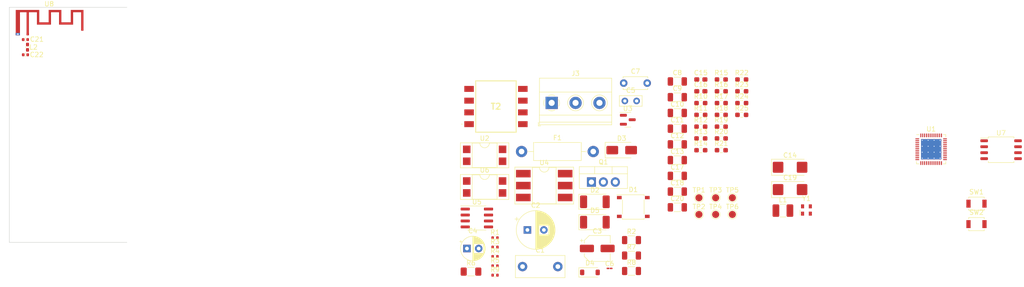
<source format=kicad_pcb>
(kicad_pcb (version 20221018) (generator pcbnew)
  (layers (0 "F.Cu" signal) (1 "In1.Cu" signal) (2 "In2.Cu" signal) (31 "B.Cu" signal) (34 "B.Paste" user) (35 "F.Paste" user) (36 "B.SilkS" user "B.Silkscreen") (37 "F.SilkS" user "F.Silkscreen") (38 "B.Mask" user) (39 "F.Mask" user) (44 "Edge.Cuts" user))
  (net 0 "")
  (net 1 "Net-(C1-Pad1)")
  (net 2 "Net-(J3-Pin_2)")
  (net 3 "Net-(D5-K)")
  (net 4 "Net-(D1--)")
  (net 5 "+3V3")
  (net 6 "GNDD")
  (net 7 "Net-(D4-K)")
  (net 8 "Net-(D2-K)")
  (net 9 "Net-(U5-FB)")
  (net 10 "/Microcontroller Section/3.3V RF")
  (net 11 "Net-(C15-Pad1)")
  (net 12 "/Microcontroller Section/XTal_N")
  (net 13 "/Microcontroller Section/DTR")
  (net 14 "/Microcontroller Section/Boot")
  (net 15 "/Microcontroller Section/VDD_SDIO")
  (net 16 "Net-(U1A-LNA_IN)")
  (net 17 "Net-(D1-+)")
  (net 18 "Net-(D2-A)")
  (net 19 "Net-(D3-A)")
  (net 20 "Net-(D4-A)")
  (net 21 "/Power Supply Section/L")
  (net 22 "Net-(J3-Pin_3)")
  (net 23 "Net-(Q1-G)")
  (net 24 "Net-(U3-REF)")
  (net 25 "Net-(R2-Pad2)")
  (net 26 "Net-(R3-Pad1)")
  (net 27 "/Microcontroller Section/TRIAC output")
  (net 28 "Net-(R5-Pad2)")
  (net 29 "Net-(R7-Pad2)")
  (net 30 "Net-(R8-Pad1)")
  (net 31 "/Microcontroller Section/ZVC signal in")
  (net 32 "/Microcontroller Section/XTal_P")
  (net 33 "Net-(R13-Pad1)")
  (net 34 "Net-(R14-Pad2)")
  (net 35 "/Microcontroller Section/Rx")
  (net 36 "Net-(R15-Pad2)")
  (net 37 "/Microcontroller Section/Tx")
  (net 38 "Net-(R16-Pad2)")
  (net 39 "Net-(R17-Pad2)")
  (net 40 "Net-(R18-Pad2)")
  (net 41 "Net-(U1A-GPIO16)")
  (net 42 "Net-(U1A-GPIO2)")
  (net 43 "Net-(U1A-MTDI)")
  (net 44 "Net-(U1A-GPIO5)")
  (net 45 "Net-(U1A-MTDO)")
  (net 47 "Net-(U1A-MTCK)")
  (net 61 "/Microcontroller Section/SHD{slash}SD2")
  (net 62 "/Microcontroller Section/SWP{slash}SD3")
  (net 63 "/Microcontroller Section/SCS{slash}CMD")
  (net 64 "/Microcontroller Section/SCK{slash}CLK")
  (net 65 "/Microcontroller Section/SDO{slash}SD0")
  (net 66 "/Microcontroller Section/SDI{slash}SD1")
  (net 74 "Net-(U3-K)")
  (footprint "Package_DFN_QFN:QFN-48-1EP_6x6mm_P0.4mm_EP4.3x4.3mm_ThermalVias" (layer "F.Cu") (at 215.953333 91.176667)
    (fp_text reference "U1" (at 0 -4.3) (layer "F.SilkS"))
    (fp_text value "ESP32-D0WDQ6")
    (pad "1" smd roundrect (at -2.95 -2.2) (size 0.8 0.2) (layers "F.Cu" "F.Paste" "F.Mask") (net 5 "+3V3"))
    (pad "2" smd roundrect (at -2.95 -1.8) (size 0.8 0.2) (layers "F.Cu" "F.Paste" "F.Mask") (net 16 "Net-(U1A-LNA_IN)"))
    (pad "3" smd roundrect (at -2.95 -1.4) (size 0.8 0.2) (layers "F.Cu" "F.Paste" "F.Mask") (net 10 "/Microcontroller Section/3.3V RF"))
    (pad "4" smd roundrect (at -2.95 -1) (size 0.8 0.2) (layers "F.Cu" "F.Paste" "F.Mask") (net 10 "/Microcontroller Section/3.3V RF"))
    (pad "5" smd roundrect (at -2.95 -0.6) (size 0.8 0.2) (layers "F.Cu" "F.Paste" "F.Mask"))
    (pad "6" smd roundrect (at -2.95 -0.2) (size 0.8 0.2) (layers "F.Cu" "F.Paste" "F.Mask"))
    (pad "7" smd roundrect (at -2.95 0.2) (size 0.8 0.2) (layers "F.Cu" "F.Paste" "F.Mask"))
    (pad "8" smd roundrect (at -2.95 0.6) (size 0.8 0.2) (layers "F.Cu" "F.Paste" "F.Mask"))
    (pad "9" smd roundrect (at -2.95 1) (size 0.8 0.2) (layers "F.Cu" "F.Paste" "F.Mask") (net 13 "/Microcontroller Section/DTR"))
    (pad "10" smd roundrect (at -2.95 1.4) (size 0.8 0.2) (layers "F.Cu" "F.Paste" "F.Mask"))
    (pad "11" smd roundrect (at -2.95 1.8) (size 0.8 0.2) (layers "F.Cu" "F.Paste" "F.Mask"))
    (pad "12" smd roundrect (at -2.95 2.2) (size 0.8 0.2) (layers "F.Cu" "F.Paste" "F.Mask"))
    (pad "13" smd roundrect (at -2.2 2.95) (size 0.2 0.8) (layers "F.Cu" "F.Paste" "F.Mask"))
    (pad "14" smd roundrect (at -1.8 2.95) (size 0.2 0.8) (layers "F.Cu" "F.Paste" "F.Mask"))
    (pad "15" smd roundrect (at -1.4 2.95) (size 0.2 0.8) (layers "F.Cu" "F.Paste" "F.Mask"))
    (pad "16" smd roundrect (at -1 2.95) (size 0.2 0.8) (layers "F.Cu" "F.Paste" "F.Mask") (net 31 "/Microcontroller Section/ZVC signal in"))
    (pad "17" smd roundrect (at -0.6 2.95) (size 0.2 0.8) (layers "F.Cu" "F.Paste" "F.Mask"))
    (pad "18" smd roundrect (at -0.2 2.95) (size 0.2 0.8) (layers "F.Cu" "F.Paste" "F.Mask") (net 43 "Net-(U1A-MTDI)"))
    (pad "19" smd roundrect (at 0.2 2.95) (size 0.2 0.8) (layers "F.Cu" "F.Paste" "F.Mask") (net 5 "+3V3"))
    (pad "20" smd roundrect (at 0.6 2.95) (size 0.2 0.8) (layers "F.Cu" "F.Paste" "F.Mask") (net 47 "Net-(U1A-MTCK)"))
    (pad "21" smd roundrect (at 1 2.95) (size 0.2 0.8) (layers "F.Cu" "F.Paste" "F.Mask") (net 45 "Net-(U1A-MTDO)"))
    (pad "22" smd roundrect (at 1.4 2.95) (size 0.2 0.8) (layers "F.Cu" "F.Paste" "F.Mask") (net 42 "Net-(U1A-GPIO2)"))
    (pad "23" smd roundrect (at 1.8 2.95) (size 0.2 0.8) (layers "F.Cu" "F.Paste" "F.Mask") (net 14 "/Microcontroller Section/Boot"))
    (pad "24" smd roundrect (at 2.2 2.95) (size 0.2 0.8) (layers "F.Cu" "F.Paste" "F.Mask"))
    (pad "25" smd roundrect (at 2.95 2.2) (size 0.8 0.2) (layers "F.Cu" "F.Paste" "F.Mask") (net 41 "Net-(U1A-GPIO16)"))
    (pad "26" smd roundrect (at 2.95 1.8) (size 0.8 0.2) (layers "F.Cu" "F.Paste" "F.Mask") (net 15 "/Microcontroller Section/VDD_SDIO"))
    (pad "27" smd roundrect (at 2.95 1.4) (size 0.8 0.2) (layers "F.Cu" "F.Paste" "F.Mask"))
    (pad "28" smd roundrect (at 2.95 1) (size 0.8 0.2) (layers "F.Cu" "F.Paste" "F.Mask") (net 61 "/Microcontroller Section/SHD{slash}SD2"))
    (pad "29" smd roundrect (at 2.95 0.6) (size 0.8 0.2) (layers "F.Cu" "F.Paste" "F.Mask") (net 62 "/Microcontroller Section/SWP{slash}SD3"))
    (pad "30" smd roundrect (at 2.95 0.2) (size 0.8 0.2) (layers "F.Cu" "F.Paste" "F.Mask") (net 63 "/Microcontroller Section/SCS{slash}CMD"))
    (pad "31" smd roundrect (at 2.95 -0.2) (size 0.8 0.2) (layers "F.Cu" "F.Paste" "F.Mask") (net 64 "/Microcontroller Section/SCK{slash}CLK"))
    (pad "32" smd roundrect (at 2.95 -0.6) (size 0.8 0.2) (layers "F.Cu" "F.Paste" "F.Mask") (net 65 "/Microcontroller Section/SDO{slash}SD0"))
    (pad "33" smd roundrect (at 2.95 -1) (size 0.8 0.2) (layers "F.Cu" "F.Paste" "F.Mask") (net 66 "/Microcontroller Section/SDI{slash}SD1"))
    (pad "34" smd roundrect (at 2.95 -1.4) (size 0.8 0.2) (layers "F.Cu" "F.Paste" "F.Mask") (net 44 "Net-(U1A-GPIO5)"))
    (pad "35" smd roundrect (at 2.95 -1.8) (size 0.8 0.2) (layers "F.Cu" "F.Paste" "F.Mask"))
    (pad "36" smd roundrect (at 2.95 -2.2) (size 0.8 0.2) (layers "F.Cu" "F.Paste" "F.Mask"))
    (pad "37" smd roundrect (at 2.2 -2.95) (size 0.2 0.8) (layers "F.Cu" "F.Paste" "F.Mask") (net 5 "+3V3"))
    (pad "38" smd roundrect (at 1.8 -2.95) (size 0.2 0.8) (layers "F.Cu" "F.Paste" "F.Mask"))
    (pad "39" smd roundrect (at 1.4 -2.95) (size 0.2 0.8) (layers "F.Cu" "F.Paste" "F.Mask"))
    (pad "40" smd roundrect (at 1 -2.95) (size 0.2 0.8) (layers "F.Cu" "F.Paste" "F.Mask") (net 35 "/Microcontroller Section/Rx"))
    (pad "41" smd roundrect (at 0.6 -2.95) (size 0.2 0.8) (layers "F.Cu" "F.Paste" "F.Mask") (net 37 "/Microcontroller Section/Tx"))
    (pad "42" smd roundrect (at 0.2 -2.95) (size 0.2 0.8) (layers "F.Cu" "F.Paste" "F.Mask"))
    (pad "43" smd roundrect (at -0.2 -2.95) (size 0.2 0.8) (layers "F.Cu" "F.Paste" "F.Mask") (net 5 "+3V3"))
    (pad "44" smd roundrect (at -0.6 -2.95) (size 0.2 0.8) (layers "F.Cu" "F.Paste" "F.Mask") (net 12 "/Microcontroller Section/XTal_N"))
    (pad "45" smd roundrect (at -1 -2.95) (size 0.2 0.8) (layers "F.Cu" "F.Paste" "F.Mask") (net 32 "/Microcontroller Section/XTal_P"))
    (pad "46" smd roundrect (at -1.4 -2.95) (size 0.2 0.8) (layers "F.Cu" "F.Paste" "F.Mask") (net 5 "+3V3"))
    (pad "47" smd roundrect (at -1.8 -2.95) (size 0.2 0.8) (layers "F.Cu" "F.Paste" "F.Mask"))
    (pad "48" smd roundrect (at -2.2 -2.95) (size 0.2 0.8) (layers "F.Cu" "F.Paste" "F.Mask"))
    (pad "49" thru_hole circle (at -1.9 -1.9) (size 0.5 0.5) (drill 0.2) (layers "*.Cu") (net 6 "GNDD"))
    (pad "49" thru_hole circle (at -1.9 -0.633333) (size 0.5 0.5) (drill 0.2) (layers "*.Cu") (net 6 "GNDD"))
    (pad "49" thru_hole circle (at -1.9 0.633333) (size 0.5 0.5) (drill 0.2) (layers "*.Cu") (net 6 "GNDD"))
    (pad "49" thru_hole circle (at -1.9 1.9) (size 0.5 0.5) (drill 0.2) (layers "*.Cu") (net 6 "GNDD"))
    (pad "49" thru_hole circle (at -0.633333 -1.9) (size 0.5 0.5) (drill 0.2) (layers "*.Cu") (net 6 "GNDD"))
    (pad "49" thru_hole circle (at -0.633333 -0.633333) (size 0.5 0.5) (drill 0.2) (layers "*.Cu") (net 6 "GNDD"))
    (pad "49" thru_hole circle (at -0.633333 0.633333) (size 0.5 0.5) (drill 0.2) (layers "*.Cu") (net 6 "GNDD"))
    (pad "49" thru_hole circle (at -0.633333 1.9) (size 0.5 0.5) (drill 0.2) (layers "*.Cu") (net 6 "GNDD"))
    (pad "49" smd rect (at 0 0) (size 4.3 4.3) (layers "F.Cu" "F.Mask") (net 6 "GNDD"))
    (pad "49" smd rect (at 0 0) (size 4.3 4.3) (layers "B.Cu") (net 6 "GNDD"))
    (pad "49" thru_hole circle (at 0.633333 -1.9) (size 0.5 0.5) (drill 0.2) (layers "*.Cu") (net 6 "GNDD"))
    (pad "49" thru_hole circle (at 0.633333 -0.633333) (size 0.5 0.5) (drill 0.2) (layers "*.Cu") (net 6 "GNDD"))
    (pad "49" thru_hole circle (at 0.633333 0.633333) (size 0.5 0.5) (drill 0.2) (layers "*.Cu") (net 6 "GNDD"))
    (pad "49" thru_hole circle (at 0.633333 1.9) (size 0.5 0.5) (drill 0.2) (layers "*.Cu") (net 6 "GNDD"))
    (pad "49" thru_hole circle (at 1.9 -1.9) (size 0.5 0.5) (drill 0.2) (layers "*.Cu") (net 6 "GNDD"))
    (pad "49" thru_hole circle (at 1.9 -0.633333) (size 0.5 0.5) (drill 0.2) (layers "*.Cu") (net 6 "GNDD"))
    (pad "49" thru_hole circle (at 1.9 0.633333) (size 0.5 0.5) (drill 0.2) (layers "*.Cu") (net 6 "GNDD"))
    (pad "49" thru_hole circle (at 1.9 1.9) (size 0.5 0.5) (drill 0.2) (layers "*.Cu") (net 6 "GNDD"))
  )
  (footprint "Resistor_SMD:R_0603_1608Metric_Pad0.98x0.95mm_HandSolder" (layer "F.Cu") (at 171.345 91.385)
    (fp_text reference "R21" (at 0 -1.43) (layer "F.SilkS"))
    (fp_text value "68k")
    (pad "1" smd roundrect (at -0.9125 0) (size 0.975 0.95) (layers "F.Cu" "F.Paste" "F.Mask") (net 6 "GNDD"))
    (pad "2" smd roundrect (at 0.9125 0) (size 0.975 0.95) (layers "F.Cu" "F.Paste" "F.Mask") (net 43 "Net-(U1A-MTDI)"))
  )
  (footprint "Resistor_SMD:R_0603_1608Metric_Pad0.98x0.95mm_HandSolder" (layer "F.Cu") (at 175.695 78.835)
    (fp_text reference "R23" (at 0 -1.43) (layer "F.SilkS"))
    (fp_text value "68k")
    (pad "1" smd roundrect (at -0.9125 0) (size 0.975 0.95) (layers "F.Cu" "F.Paste" "F.Mask") (net 5 "+3V3"))
    (pad "2" smd roundrect (at 0.9125 0) (size 0.975 0.95) (layers "F.Cu" "F.Paste" "F.Mask") (net 45 "Net-(U1A-MTDO)"))
  )
  (footprint "Resistor_SMD:R_0603_1608Metric_Pad0.98x0.95mm_HandSolder" (layer "F.Cu") (at 171.345 76.325)
    (fp_text reference "R15" (at 0 -1.43) (layer "F.SilkS"))
    (fp_text value "470")
    (pad "1" smd roundrect (at -0.9125 0) (size 0.975 0.95) (layers "F.Cu" "F.Paste" "F.Mask") (net 35 "/Microcontroller Section/Rx"))
    (pad "2" smd roundrect (at 0.9125 0) (size 0.975 0.95) (layers "F.Cu" "F.Paste" "F.Mask") (net 36 "Net-(R15-Pad2)"))
  )
  (footprint "TestPoint:TestPoint_Pad_D1.5mm" (layer "F.Cu") (at 170.145 101.515)
    (fp_text reference "TP3" (at 0 -1.648) (layer "F.SilkS"))
    (fp_text value "Rx")
    (pad "1" smd circle (at 0 0) (size 1.5 1.5) (layers "F.Cu" "F.Mask") (net 36 "Net-(R15-Pad2)"))
  )
  (footprint "TestPoint:TestPoint_Pad_D1.5mm" (layer "F.Cu") (at 166.595 101.515)
    (fp_text reference "TP1" (at 0 -1.648) (layer "F.SilkS"))
    (fp_text value "3.3V")
    (pad "1" smd circle (at 0 0) (size 1.5 1.5) (layers "F.Cu" "F.Mask") (net 5 "+3V3"))
  )
  (footprint "Capacitor_THT:CP_Radial_D5.0mm_P2.50mm" (layer "F.Cu") (at 117.274775 112.315)
    (fp_text reference "C4" (at 1.25 -3.75) (layer "F.SilkS"))
    (fp_text value "2.2uF 50V")
    (pad "1" thru_hole rect (at 0 0) (size 1.6 1.6) (drill 0.8) (layers "*.Cu" "*.Mask") (net 7 "Net-(D4-K)"))
    (pad "2" thru_hole circle (at 2.5 0) (size 1.6 1.6) (drill 0.8) (layers "*.Cu" "*.Mask") (net 4 "Net-(D1--)"))
  )
  (footprint "Package_TO_SOT_THT:TO-220-3_Vertical" (layer "F.Cu") (at 143.735 98.165)
    (fp_text reference "Q1" (at 2.54 -4.27) (layer "F.SilkS"))
    (fp_text value "BT136-800")
    (pad "1" thru_hole rect (at 0 0) (size 1.905 2) (drill 1.1) (layers "*.Cu" "*.Mask") (net 21 "/Power Supply Section/L"))
    (pad "2" thru_hole oval (at 2.54 0) (size 1.905 2) (drill 1.1) (layers "*.Cu" "*.Mask") (net 22 "Net-(J3-Pin_3)"))
    (pad "3" thru_hole oval (at 5.08 0) (size 1.905 2) (drill 1.1) (layers "*.Cu" "*.Mask") (net 23 "Net-(Q1-G)"))
  )
  (footprint "Capacitor_THT:C_Rect_L10.3mm_W4.5mm_P7.50mm_MKS4" (layer "F.Cu") (at 129.095 116.165)
    (fp_text reference "C1" (at 3.75 -3.5) (layer "F.SilkS"))
    (fp_text value "104J 400V")
    (pad "1" thru_hole circle (at 0 0) (size 2 2) (drill 1) (layers "*.Cu" "*.Mask") (net 1 "Net-(C1-Pad1)"))
    (pad "2" thru_hole circle (at 7.5 0) (size 2 2) (drill 1) (layers "*.Cu" "*.Mask") (net 2 "Net-(J3-Pin_2)"))
  )
  (footprint "Diode_SMD:D_SOD-123" (layer "F.Cu") (at 143.42 117.405)
    (fp_text reference "D4" (at 0 -2) (layer "F.SilkS"))
    (fp_text value "1N4148W")
    (pad "1" smd roundrect (at -1.65 0) (size 0.9 1.2) (layers "F.Cu" "F.Paste" "F.Mask") (net 7 "Net-(D4-K)"))
    (pad "2" smd roundrect (at 1.65 0) (size 0.9 1.2) (layers "F.Cu" "F.Paste" "F.Mask") (net 20 "Net-(D4-A)"))
  )
  (footprint "Resistor_SMD:R_0603_1608Metric_Pad0.98x0.95mm_HandSolder" (layer "F.Cu") (at 166.995 91.385)
    (fp_text reference "R14" (at 0 -1.43) (layer "F.SilkS"))
    (fp_text value "22")
    (pad "1" smd roundrect (at -0.9125 0) (size 0.975 0.95) (layers "F.Cu" "F.Paste" "F.Mask") (net 13 "/Microcontroller Section/DTR"))
    (pad "2" smd roundrect (at 0.9125 0) (size 0.975 0.95) (layers "F.Cu" "F.Paste" "F.Mask") (net 34 "Net-(R14-Pad2)"))
  )
  (footprint "Button_Switch_SMD:SW_SPST_B3U-1000P-B" (layer "F.Cu") (at 225.59 102.77)
    (fp_text reference "SW1" (at 0 -2.5) (layer "F.SilkS"))
    (fp_text value "Reset")
    (pad "" np_thru_hole circle (at 0 0) (size 0.8 0.8) (drill 0.8) (layers "*.Cu" "*.Mask"))
    (pad "1" smd rect (at -1.7 0) (size 0.9 1.7) (layers "F.Cu" "F.Paste" "F.Mask") (net 6 "GNDD"))
    (pad "2" smd rect (at 1.7 0) (size 0.9 1.7) (layers "F.Cu" "F.Paste" "F.Mask") (net 34 "Net-(R14-Pad2)"))
  )
  (footprint "Capacitor_THT:C_Disc_D5.0mm_W2.5mm_P5.00mm" (layer "F.Cu") (at 150.595 77.095)
    (fp_text reference "C7" (at 2.5 -2.5) (layer "F.SilkS"))
    (fp_text value "102 2kV Y1")
    (pad "1" thru_hole circle (at 0 0) (size 1.6 1.6) (drill 0.8) (layers "*.Cu" "*.Mask") (net 4 "Net-(D1--)"))
    (pad "2" thru_hole circle (at 5 0) (size 1.6 1.6) (drill 0.8) (layers "*.Cu" "*.Mask") (net 6 "GNDD"))
  )
  (footprint "Capacitor_SMD:C_0402_1005Metric" (layer "F.Cu") (at 23.42 67.83 180)
    (fp_text reference "C21" (at -2.43 0.07) (layer "F.SilkS"))
    (fp_text value "3.3pF")
    (pad "1" smd roundrect (at -0.48 0 180) (size 0.56 0.62) (layers "F.Cu" "F.Paste" "F.Mask") (net 16 "Net-(U1A-LNA_IN)"))
    (pad "2" smd roundrect (at 0.48 0 180) (size 0.56 0.62) (layers "F.Cu" "F.Paste" "F.Mask") (net 6 "GNDD"))
  )
  (footprint "Capacitor_SMD:C_1206_3216Metric" (layer "F.Cu") (at 161.995 86.795)
    (fp_text reference "C11" (at 0 -1.85) (layer "F.SilkS"))
    (fp_text value "100nF")
    (pad "1" smd roundrect (at -1.475 0) (size 1.15 1.8) (layers "F.Cu" "F.Paste" "F.Mask") (roundrect_rratio 0.217391) (net 5 "+3V3"))
    (pad "2" smd roundrect (at 1.475 0) (size 1.15 1.8) (layers "F.Cu" "F.Paste" "F.Mask") (roundrect_rratio 0.217391) (net 6 "GNDD"))
  )
  (footprint "Resistor_SMD:R_0603_1608Metric_Pad0.98x0.95mm_HandSolder" (layer "F.Cu") (at 171.345 86.365)
    (fp_text reference "R19" (at 0 -1.43) (layer "F.SilkS"))
    (fp_text value "22")
    (pad "1" smd roundrect (at -0.9125 0) (size 0.975 0.95) (layers "F.Cu" "F.Paste" "F.Mask") (net 27 "/Microcontroller Section/TRIAC output"))
    (pad "2" smd roundrect (at 0.9125 0) (size 0.975 0.95) (layers "F.Cu" "F.Paste" "F.Mask") (net 41 "Net-(U1A-GPIO16)"))
  )
  (footprint "Capacitor_SMD:C_1206_3216Metric" (layer "F.Cu") (at 161.995 83.445)
    (fp_text reference "C10" (at 0 -1.85) (layer "F.SilkS"))
    (fp_text value "100nF")
    (pad "1" smd roundrect (at -1.475 0) (size 1.15 1.8) (layers "F.Cu" "F.Paste" "F.Mask") (roundrect_rratio 0.217391) (net 5 "+3V3"))
    (pad "2" smd roundrect (at 1.475 0) (size 1.15 1.8) (layers "F.Cu" "F.Paste" "F.Mask") (roundrect_rratio 0.217391) (net 6 "GNDD"))
  )
  (footprint "Capacitor_SMD:CP_Elec_5x5.3" (layer "F.Cu") (at 144.975 112.305)
    (fp_text reference "C3" (at 0 -3.7) (layer "F.SilkS"))
    (fp_text value "470uF 10V")
    (pad "1" smd roundrect (at -2.2 0) (size 3 1.6) (layers "F.Cu" "F.Paste" "F.Mask") (roundrect_rratio 0.15625) (net 5 "+3V3"))
    (pad "2" smd roundrect (at 2.2 0) (size 3 1.6) (layers "F.Cu" "F.Paste" "F.Mask") (roundrect_rratio 0.15625) (net 6 "GNDD"))
  )
  (footprint "Resistor_SMD:R_0402_1005Metric" (layer "F.Cu") (at 123.245 117.995)
    (fp_text reference "R9" (at 0 -1.17) (layer "F.SilkS"))
    (fp_text value "1.5k")
    (pad "1" smd roundrect (at -0.51 0) (size 0.54 0.64) (layers "F.Cu" "F.Paste" "F.Mask") (net 5 "+3V3"))
    (pad "2" smd roundrect (at 0.51 0) (size 0.54 0.64) (layers "F.Cu" "F.Paste" "F.Mask") (net 31 "/Microcontroller Section/ZVC signal in"))
  )
  (footprint "Inductor_SMD:L_1210_3225Metric_Pad1.42x2.65mm_HandSolder" (layer "F.Cu") (at 184.445 104.245)
    (fp_text reference "L1" (at 0 -2.28) (layer "F.SilkS"))
    (fp_text value "2.2nH")
    (pad "1" smd roundrect (at -1.4875 0) (size 1.425 2.65) (layers "F.Cu" "F.Paste" "F.Mask") (roundrect_rratio 0.175439) (net 5 "+3V3"))
    (pad "2" smd roundrect (at 1.4875 0) (size 1.425 2.65) (layers "F.Cu" "F.Paste" "F.Mask") (roundrect_rratio 0.175439) (net 10 "/Microcontroller Section/3.3V RF"))
  )
  (footprint "Resistor_SMD:R_1206_3216Metric" (layer "F.Cu") (at 152.255 113.815)
    (fp_text reference "R7" (at 0 -1.82) (layer "F.SilkS"))
    (fp_text value "150k")
    (pad "1" smd roundrect (at -1.4625 0) (size 1.125 1.75) (layers "F.Cu" "F.Paste" "F.Mask") (roundrect_rratio 0.222222) (net 4 "Net-(D1--)"))
    (pad "2" smd roundrect (at 1.4625 0) (size 1.125 1.75) (layers "F.Cu" "F.Paste" "F.Mask") (roundrect_rratio 0.222222) (net 29 "Net-(R7-Pad2)"))
  )
  (footprint "footprint:POE30P33L" (layer "F.Cu") (at 123.44 82.08)
    (fp_text reference "T2" (at 0 0) (layer "F.SilkS") (effects (font (size 1.27 1.27) (thickness 0.254))))
    (fp_text value "POE30P-33L" hide)
    (pad "1" smd rect (at -5.715 3.75 90) (size 1.27 2.03) (layers "F.Cu" "F.Paste" "F.Mask") (net 4 "Net-(D1--)"))
    (pad "2" smd rect (at -5.715 1.25 90) (size 1.27 2.03) (layers "F.Cu" "F.Paste" "F.Mask") (net 20 "Net-(D4-A)"))
    (pad "3" smd rect (at -5.715 -1.25 90) (size 1.27 2.03) (layers "F.Cu" "F.Paste" "F.Mask") (net 18 "Net-(D2-A)"))
    (pad "4" smd rect (at -5.715 -3.75 90) (size 1.27 2.03) (layers "F.Cu" "F.Paste" "F.Mask") (net 3 "Net-(D5-K)"))
    (pad "5" smd rect (at 5.715 -3.75 90) (size 1.27 2.03) (layers "F.Cu" "F.Paste" "F.Mask") (net 19 "Net-(D3-A)"))
    (pad "6" smd rect (at 5.715 -1.25 90) (size 1.27 2.03) (layers "F.Cu" "F.Paste" "F.Mask") (net 19 "Net-(D3-A)"))
    (pad "7" smd rect (at 5.715 1.25 90) (size 1.27 2.03) (layers "F.Cu" "F.Paste" "F.Mask") (net 6 "GNDD"))
    (pad "8" smd rect (at 5.715 3.75 90) (size 1.27 2.03) (layers "F.Cu" "F.Paste" "F.Mask") (net 6 "GNDD"))
  )
  (footprint "Capacitor_SMD:C_1206_3216Metric" (layer "F.Cu") (at 161.995 100.195)
    (fp_text reference "C18" (at 0 -1.85) (layer "F.SilkS"))
    (fp_text value "100nF")
    (pad "1" smd roundrect (at -1.475 0) (size 1.15 1.8) (layers "F.Cu" "F.Paste" "F.Mask") (roundrect_rratio 0.217391) (net 14 "/Microcontroller Section/Boot"))
    (pad "2" smd roundrect (at 1.475 0) (size 1.15 1.8) (layers "F.Cu" "F.Paste" "F.Mask") (roundrect_rratio 0.217391) (net 6 "GNDD"))
  )
  (footprint "Resistor_SMD:R_0603_1608Metric_Pad0.98x0.95mm_HandSolder" (layer "F.Cu") (at 175.695 81.345)
    (fp_text reference "R24" (at 0 -1.43) (layer "F.SilkS"))
    (fp_text value "68k")
    (pad "1" smd roundrect (at -0.9125 0) (size 0.975 0.95) (layers "F.Cu" "F.Paste" "F.Mask") (net 15 "/Microcontroller Section/VDD_SDIO"))
    (pad "2" smd roundrect (at 0.9125 0) (size 0.975 0.95) (layers "F.Cu" "F.Paste" "F.Mask") (net 6 "GNDD"))
  )
  (footprint "Diode_SMD:D_SMA" (layer "F.Cu") (at 150.17 91.365)
    (fp_text reference "D3" (at 0 -2.5) (layer "F.SilkS"))
    (fp_text value "B150-E3")
    (pad "1" smd roundrect (at -2 0) (size 2.5 1.8) (layers "F.Cu" "F.Paste" "F.Mask") (roundrect_rratio 0.1388888889) (net 5 "+3V3"))
    (pad "2" smd roundrect (at 2 0) (size 2.5 1.8) (layers "F.Cu" "F.Paste" "F.Mask") (roundrect_rratio 0.1388888889) (net 19 "Net-(D3-A)"))
  )
  (footprint "Resistor_SMD:R_0402_1005Metric" (layer "F.Cu") (at 123.245 116.005)
    (fp_text reference "R5" (at 0 -1.17) (layer "F.SilkS"))
    (fp_text value "470")
    (pad "1" smd roundrect (at -0.51 0) (size 0.54 0.64) (layers "F.Cu" "F.Paste" "F.Mask") (net 5 "+3V3"))
    (pad "2" smd roundrect (at 0.51 0) (size 0.54 0.64) (layers "F.Cu" "F.Paste" "F.Mask") (net 28 "Net-(R5-Pad2)"))
  )
  (footprint "Resistor_SMD:R_0603_1608Metric_Pad0.98x0.95mm_HandSolder" (layer "F.Cu") (at 171.345 78.835)
    (fp_text reference "R16" (at 0 -1.43) (layer "F.SilkS"))
    (fp_text value "470")
    (pad "1" smd roundrect (at -0.9125 0) (size 0.975 0.95) (layers "F.Cu" "F.Paste" "F.Mask") (net 37 "/Microcontroller Section/Tx"))
    (pad "2" smd roundrect (at 0.9125 0) (size 0.975 0.95) (layers "F.Cu" "F.Paste" "F.Mask") (net 38 "Net-(R16-Pad2)"))
  )
  (footprint "Resistor_SMD:R_0603_1608Metric_Pad0.98x0.95mm_HandSolder" (layer "F.Cu") (at 166.995 86.365)
    (fp_text reference "R12" (at 0 -1.43) (layer "F.SilkS"))
    (fp_text value "5.1k")
    (pad "1" smd roundrect (at -0.9125 0) (size 0.975 0.95) (layers "F.Cu" "F.Paste" "F.Mask") (net 5 "+3V3"))
    (pad "2" smd roundrect (at 0.9125 0) (size 0.975 0.95) (layers "F.Cu" "F.Paste" "F.Mask") (net 14 "/Microcontroller Section/Boot"))
  )
  (footprint "Package_DIP:DIP-4_W7.62mm_SMDSocket_SmallPads" (layer "F.Cu") (at 121.035 92.465)
    (fp_text reference "U2" (at 0 -3.6) (layer "F.SilkS"))
    (fp_text value "PC817")
    (pad "1" smd rect (at -3.81 -1.27) (size 1.6 1.6) (layers "F.Cu" "F.Paste" "F.Mask") (net 28 "Net-(R5-Pad2)"))
    (pad "2" smd rect (at -3.81 1.27) (size 1.6 1.6) (layers "F.Cu" "F.Paste" "F.Mask") (net 74 "Net-(U3-K)"))
    (pad "3" smd rect (at 3.81 1.27) (size 1.6 1.6) (layers "F.Cu" "F.Paste" "F.Mask") (net 9 "Net-(U5-FB)"))
    (pad "4" smd rect (at 3.81 -1.27) (size 1.6 1.6) (layers "F.Cu" "F.Paste" "F.Mask") (net 7 "Net-(D4-K)"))
  )
  (footprint "Capacitor_Tantalum_SMD:CP_EIA-6032-20_AVX-F_Pad2.25x2.35mm_HandSolder" (layer "F.Cu") (at 185.965 99.765)
    (fp_text reference "C19" (at 0 -2.55) (layer "F.SilkS"))
    (fp_text value "4.7uF")
    (pad "1" smd roundrect (at -2.55 0) (size 2.25 2.35) (layers "F.Cu" "F.Paste" "F.Mask") (roundrect_rratio 0.111111) (net 15 "/Microcontroller Section/VDD_SDIO"))
    (pad "2" smd roundrect (at 2.55 0) (size 2.25 2.35) (layers "F.Cu" "F.Paste" "F.Mask") (roundrect_rratio 0.111111) (net 6 "GNDD"))
  )
  (footprint "Capacitor_SMD:C_1206_3216Metric" (layer "F.Cu") (at 161.995 93.495)
    (fp_text reference "C13" (at 0 -1.85) (layer "F.SilkS"))
    (fp_text value "100nF")
    (pad "1" smd roundrect (at -1.475 0) (size 1.15 1.8) (layers "F.Cu" "F.Paste" "F.Mask") (roundrect_rratio 0.217391) (net 10 "/Microcontroller Section/3.3V RF"))
    (pad "2" smd roundrect (at 1.475 0) (size 1.15 1.8) (layers "F.Cu" "F.Paste" "F.Mask") (roundrect_rratio 0.217391) (net 6 "GNDD"))
  )
  (footprint "TerminalBlock_Phoenix:TerminalBlock_Phoenix_MKDS-1,5-3-5.08_1x03_P5.08mm_Horizontal" (layer "F.Cu") (at 135.285 81.305)
    (fp_text reference "J3" (at 5.08 -6.26) (layer "F.SilkS"))
    (fp_text value "Screw_Terminal_01x03")
    (pad "1" thru_hole rect (at 0 0) (size 2.6 2.6) (drill 1.3) (layers "*.Cu" "*.Mask") (net 21 "/Power Supply Section/L"))
    (pad "2" thru_hole circle (at 5.08 0) (size 2.6 2.6) (drill 1.3) (layers "*.Cu" "*.Mask") (net 2 "Net-(J3-Pin_2)"))
    (pad "3" thru_hole circle (at 10.16 0) (size 2.6 2.6) (drill 1.3) (layers "*.Cu" "*.Mask") (net 22 "Net-(J3-Pin_3)"))
  )
  (footprint "Resistor_SMD:R_0603_1608Metric_Pad0.98x0.95mm_HandSolder" (layer "F.Cu") (at 175.695 83.855)
    (fp_text reference "R25" (at 0 -1.43) (layer "F.SilkS"))
    (fp_text value "22")
    (pad "1" smd roundrect (at -0.9125 0) (size 0.975 0.95) (layers "F.Cu" "F.Paste" "F.Mask"))
    (pad "2" smd roundrect (at 0.9125 0) (size 0.975 0.95) (layers "F.Cu" "F.Paste" "F.Mask") (net 47 "Net-(U1A-MTCK)"))
  )
  (footprint "Package_DIP:DIP-4_W7.62mm_SMDSocket_SmallPads" (layer "F.Cu") (at 121.035 99.215)
    (fp_text reference "U6" (at 0 -3.6) (layer "F.SilkS"))
    (fp_text value "PC817")
    (pad "1" smd rect (at -3.81 -1.27) (size 1.6 1.6) (layers "F.Cu" "F.Paste" "F.Mask") (net 30 "Net-(R8-Pad1)"))
    (pad "2" smd rect (at -3.81 1.27) (size 1.6 1.6) (layers "F.Cu" "F.Paste" "F.Mask") (net 29 "Net-(R7-Pad2)"))
    (pad "3" smd rect (at 3.81 1.27) (size 1.6 1.6) (layers "F.Cu" "F.Paste" "F.Mask") (net 6 "GNDD"))
    (pad "4" smd rect (at 3.81 -1.27) (size 1.6 1.6) (layers "F.Cu" "F.Paste" "F.Mask") (net 31 "/Microcontroller Section/ZVC signal in"))
  )
  (footprint "Resistor_SMD:R_0603_1608Metric_Pad0.98x0.95mm_HandSolder" (layer "F.Cu") (at 175.695 76.325)
    (fp_text reference "R22" (at 0 -1.43) (layer "F.SilkS"))
    (fp_text value "68k")
    (pad "1" smd roundrect (at -0.9125 0) (size 0.975 0.95) (layers "F.Cu" "F.Paste" "F.Mask") (net 5 "+3V3"))
    (pad "2" smd roundrect (at 0.9125 0) (size 0.975 0.95) (layers "F.Cu" "F.Paste" "F.Mask") (net 44 "Net-(U1A-GPIO5)"))
  )
  (footprint "Resistor_SMD:R_1206_3216Metric" (layer "F.Cu") (at 152.255 117.105)
    (fp_text reference "R8" (at 0 -1.82) (layer "F.SilkS"))
    (fp_text value "150k")
    (pad "1" smd roundrect (at -1.4625 0) (size 1.125 1.75) (layers "F.Cu" "F.Paste" "F.Mask") (roundrect_rratio 0.222222) (net 30 "Net-(R8-Pad1)"))
    (pad "2" smd roundrect (at 1.4625 0) (size 1.125 1.75) (layers "F.Cu" "F.Paste" "F.Mask") (roundrect_rratio 0.222222) (net 17 "Net-(D1-+)"))
  )
  (footprint "Resistor_SMD:R_0603_1608Metric_Pad0.98x0.95mm_HandSolder" (layer "F.Cu") (at 171.345 83.855)
    (fp_text reference "R18" (at 0 -1.43) (layer "F.SilkS"))
    (fp_text value "22")
    (pad "1" smd roundrect (at -0.9125 0) (size 0.975 0.95) (layers "F.Cu" "F.Paste" "F.Mask") (net 14 "/Microcontroller Section/Boot"))
    (pad "2" smd roundrect (at 0.9125 0) (size 0.975 0.95) (layers "F.Cu" "F.Paste" "F.Mask") (net 40 "Net-(R18-Pad2)"))
  )
  (footprint "Package_SO:SOIC-8_5.23x5.23mm_P1.27mm" (layer "F.Cu") (at 230.82 91.28)
    (fp_text reference "U7" (at 0 -3.56) (layer "F.SilkS"))
    (fp_text value "W25Q32JVSS")
    (pad "1" smd roundrect (at -3.6 -1.905) (size 1.6 0.6) (layers "F.Cu" "F.Paste" "F.Mask") (net 63 "/Microcontroller Section/SCS{slash}CMD"))
    (pad "2" smd roundrect (at -3.6 -0.635) (size 1.6 0.6) (layers "F.Cu" "F.Paste" "F.Mask") (net 65 "/Microcontroller Section/SDO{slash}SD0"))
    (pad "3" smd roundrect (at -3.6 0.635) (size 1.6 0.6) (layers "F.Cu" "F.Paste" "F.Mask") (net 62 "/Microcontroller Section/SWP{slash}SD3"))
    (pad "4" smd roundrect (at -3.6 1.905) (size 1.6 0.6) (layers "F.Cu" "F.Paste" "F.Mask") (net 6 "GNDD"))
    (pad "5" smd roundrect (at 3.6 1.905) (size 1.6 0.6) (layers "F.Cu" "F.Paste" "F.Mask") (net 66 "/Microcontroller Section/SDI{slash}SD1"))
    (pad "6" smd roundrect (at 3.6 0.635) (size 1.6 0.6) (layers "F.Cu" "F.Paste" "F.Mask") (net 64 "/Microcontroller Section/SCK{slash}CLK"))
    (pad "7" smd roundrect (at 3.6 -0.635) (size 1.6 0.6) (layers "F.Cu" "F.Paste" "F.Mask") (net 61 "/Microcontroller Section/SHD{slash}SD2"))
    (pad "8" smd roundrect (at 3.6 -1.905) (size 1.6 0.6) (layers "F.Cu" "F.Paste" "F.Mask") (net 15 "/Microcontroller Section/VDD_SDIO"))
  )
  (footprint "Inductor_SMD:L_0402_1005Metric_Pad0.77x0.64mm_HandSolder" (layer "F.Cu") (at 23.86 69.4425 90)
    (fp_text reference "L2" (at -0.0075 1.26 180) (layer "F.SilkS"))
    (fp_text value "2.2nH")
    (pad "1" smd roundrect (at -0.5725 0 90) (size 0.765 0.64) (layers "F.Cu" "F.Paste" "F.Mask") (net 16 "Net-(U1A-LNA_IN)"))
    (pad "2" smd roundrect (at 0.5725 0 90) (size 0.765 0.64) (layers "F.Cu" "F.Paste" "F.Mask") (net 16 "Net-(U1A-LNA_IN)"))
  )
  (footprint "Diode_SMD:D_MELF" (layer "F.Cu") (at 144.47 102.37)
    (fp_text reference "D2" (at 0 -2.5) (layer "F.SilkS"))
    (fp_text value "SM4007")
    (pad "1" smd roundrect (at -2.4 0) (size 1.5 2.7) (layers "F.Cu" "F.Paste" "F.Mask") (roundrect_rratio 0.1666666667) (net 8 "Net-(D2-K)"))
    (pad "2" smd roundrect (at 2.4 0) (size 1.5 2.7) (layers "F.Cu" "F.Paste" "F.Mask") (roundrect_rratio 0.1666666667) (net 18 "Net-(D2-A)"))
  )
  (footprint "Resistor_SMD:R_0402_1005Metric" (layer "F.Cu") (at 123.245 112.025)
    (fp_text reference "R3" (at 0 -1.17) (layer "F.SilkS"))
    (fp_text value "470")
    (pad "1" smd roundrect (at -0.51 0) (size 0.54 0.64) (layers "F.Cu" "F.Paste" "F.Mask") (net 26 "Net-(R3-Pad1)"))
    (pad "2" smd roundrect (at 0.51 0) (size 0.54 0.64) (layers "F.Cu" "F.Paste" "F.Mask") (net 27 "/Microcontroller Section/TRIAC output"))
  )
  (footprint "Capacitor_SMD:C_1206_3216Metric" (layer "F.Cu") (at 161.995 80.095)
    (fp_text reference "C9" (at 0 -1.85) (layer "F.SilkS"))
    (fp_text value "100nF")
    (pad "1" smd roundrect (at -1.475 0) (size 1.15 1.8) (layers "F.Cu" "F.Paste" "F.Mask") (roundrect_rratio 0.217391) (net 5 "+3V3"))
    (pad "2" smd roundrect (at 1.475 0) (size 1.15 1.8) (layers "F.Cu" "F.Paste" "F.Mask") (roundrect_rratio 0.217391) (net 6 "GNDD"))
  )
  (footprint "Resistor_SMD:R_0603_1608Metric_Pad0.98x0.95mm_HandSolder" (layer "F.Cu") (at 171.345 88.875)
    (fp_text reference "R20" (at 0 -1.43) (layer "F.SilkS"))
    (fp_text value "68k")
    (pad "1" smd roundrect (at -0.9125 0) (size 0.975 0.95) (layers "F.Cu" "F.Paste" "F.Mask") (net 6 "GNDD"))
    (pad "2" smd roundrect (at 0.9125 0) (size 0.975 0.95) (layers "F.Cu" "F.Paste" "F.Mask") (net 42 "Net-(U1A-GPIO2)"))
  )
  (footprint "RF_Antenna:Texas_SWRA117D_2.4GHz_Right" (layer "F.Cu") (at 23.91 66.655)
    (fp_text reference "U8" (at 4.55 -6.41) (layer "F.SilkS"))
    (fp_text value "ANTENNA 2.4GHz")
    (fp_poly (pts (xy 2.45 -2.51) (xy 4.45 -2.51) (xy 4.45 -5.15) (xy 7.15 -5.15) (xy 7.15 -2.51) (xy 9.15 -2.51) (xy 9.15 -5.15) (xy 11.85 -5.15) (xy 11.85 -0.71) (xy 11.35 -0.71) (xy 11.35 -4.65) (xy 9.65 -4.65) (xy 9.65 -2.01) (xy 6.65 -2.01) (xy 6.65 -4.65) (xy 4.95 -4.65) (xy 4.95 -2.01) (xy 1.95 -2.01) (xy 1.95 -4.65) (xy 0.25 -4.65) (xy 0.25 0.25) (xy -0.25 0.25) (xy -0.25 -4.65) (xy -1.65 -4.65) (xy -1.65 0.25) (xy -2.55 0.25) (xy -2.55 0.006785) (xy -2.247583 0.006785) (xy -2.237742 0.054395) (xy -2.213674 0.096797) (xy -2.175731 0.129581) (xy -2.167819 0.133935) (xy -2.125156 0.146043) (xy -2.076637 0.1453) (xy -2.031122 0.1324) (xy -2.012511 0.121787) (xy -1.978868 0.086553) (xy -1.958309 0.041368) (xy -1.951778 -0.008158) (xy -1.960218 -0.056417) (xy -1.977112 -0.088643) (xy -2.012372 -0.121313) (xy -2.057682 -0.141408) (xy -2.107267 -0.147982) (xy -2.155353 -0.140092) (xy -2.188245 -0.123186) (xy -2.223185 -0.086416) (xy -2.242847 -0.041622) (xy -2.247583 0.006785) (xy -2.55 0.006785) (xy -2.55 -5.15) (xy 2.45 -5.15) (xy 2.45 -2.51)) (fill solid) (layer "F.Cu"))
    (pad "1" connect rect (at 0 0) (size 0.5 0.5) (layers "F.Cu") (net 16 "Net-(U1A-LNA_IN)"))
    (pad "2" thru_hole rect (at -2.1 0) (size 0.9 0.5) (drill 0.3) (layers "*.Cu") (net 6 "GNDD"))
  )
  (footprint "Capacitor_SMD:C_1206_3216Metric" (layer "F.Cu") (at 161.995 76.745)
    (fp_text reference "C8" (at 0 -1.85) (layer "F.SilkS"))
    (fp_text value "100nF")
    (pad "1" smd roundrect (at -1.475 0) (size 1.15 1.8) (layers "F.Cu" "F.Paste" "F.Mask") (roundrect_rratio 0.217391) (net 5 "+3V3"))
    (pad "2" smd roundrect (at 1.475 0) (size 1.15 1.8) (layers "F.Cu" "F.Paste" "F.Mask") (roundrect_rratio 0.217391) (net 6 "GNDD"))
  )
  (footprint "Capacitor_SMD:C_01005_0402Metric_Pad0.57x0.30mm_HandSolder" (layer "F.Cu") (at 147.595 116.555)
    (fp_text reference "C6" (at 0 -1) (layer "F.SilkS"))
    (fp_text value "47nF")
    (pad "1" smd roundrect (at -0.3375 0) (size 0.575 0.3) (layers "F.Cu" "F.Mask") (net 9 "Net-(U5-FB)"))
    (pad "2" smd roundrect (at 0.3375 0) (size 0.575 0.3) (layers "F.Cu" "F.Mask") (net 4 "Net-(D1--)"))
  )
  (footprint "Capacitor_THT:CP_Radial_D8.0mm_P3.50mm" (layer "F.Cu") (at 130.129698 108.365)
    (fp_text reference "C2" (at 1.75 -5.25) (layer "F.SilkS"))
    (fp_text value "2.2uF 400V")
    (pad "1" thru_hole rect (at 0 0) (size 1.6 1.6) (drill 0.8) (layers "*.Cu" "*.Mask") (net 3 "Net-(D5-K)"))
    (pad "2" thru_hole circle (at 3.5 0) (size 1.6 1.6) (drill 0.8) (layers "*.Cu" "*.Mask") (net 4 "Net-(D1--)"))
  )
  (footprint "Package_TO_SOT_SMD:SOT-23" (layer "F.Cu") (at 151.465 84.895)
    (fp_text reference "U3" (at 0 -2.4) (layer "F.SilkS"))
    (fp_text value "TL431DBZ")
    (pad "1" smd roundrect (at -0.9375 -0.95) (size 1.475 0.6) (layers "F.Cu" "F.Paste" "F.Mask") (net 74 "Net-(U3-K)"))
    (pad "2" smd roundrect (at -0.9375 0.95) (size 1.475 0.6) (layers "F.Cu" "F.Paste" "F.Mask") (net 24 "Net-(U3-REF)"))
    (pad "3" smd roundrect (at 0.9375 0) (size 1.475 0.6) (layers "F.Cu" "F.Paste" "F.Mask") (net 6 "GNDD"))
  )
  (footprint "Resistor_SMD:R_1206_3216Metric_Pad1.30x1.75mm_HandSolder" (layer "F.Cu") (at 118.135 117.235)
    (fp_text reference "R6" (at 0 -1.82) (layer "F.SilkS"))
    (fp_text value "82k")
    (pad "1" smd roundrect (at -1.55 0) (size 1.3 1.75) (layers "F.Cu" "F.Paste" "F.Mask") (roundrect_rratio 0.192308) (net 3 "Net-(D5-K)"))
    (pad "2" smd roundrect (at 1.55 0) (size 1.3 1.75) (layers "F.Cu" "F.Paste" "F.Mask") (roundrect_rratio 0.192308) (net 8 "Net-(D2-K)"))
  )
  (footprint "Capacitor_SMD:C_1206_3216Metric" (layer "F.Cu") (at 161.995 90.145)
    (fp_text reference "C12" (at 0 -1.85) (layer "F.SilkS"))
    (fp_text value "100nF")
    (pad "1" smd roundrect (at -1.475 0) (size 1.15 1.8) (layers "F.Cu" "F.Paste" "F.Mask") (roundrect_rratio 0.217391) (net 5 "+3V3"))
    (pad "2" smd roundrect (at 1.475 0) (size 1.15 1.8) (layers "F.Cu" "F.Paste" "F.Mask") (roundrect_rratio 0.217391) (net 6 "GNDD"))
  )
  (footprint "Resistor_SMD:R_0603_1608Metric_Pad0.98x0.95mm_HandSolder" (layer "F.Cu") (at 166.995 83.855)
    (fp_text reference "R11" (at 0 -1.43) (layer "F.SilkS"))
    (fp_text value "5.1k")
    (pad "1" smd roundrect (at -0.9125 0) (size 0.975 0.95) (layers "F.Cu" "F.Paste" "F.Mask") (net 5 "+3V3"))
    (pad "2" smd roundrect (at 0.9125 0) (size 0.975 0.95) (layers "F.Cu" "F.Paste" "F.Mask") (net 13 "/Microcontroller Section/DTR"))
  )
  (footprint "Capacitor_SMD:C_1206_3216Metric" (layer "F.Cu") (at 161.995 96.845)
    (fp_text reference "C17" (at 0 -1.85) (layer "F.SilkS"))
    (fp_text value "100nF")
    (pad "1" smd roundrect (at -1.475 0) (size 1.15 1.8) (layers "F.Cu" "F.Paste" "F.Mask") (roundrect_rratio 0.217391) (net 13 "/Microcontroller Section/DTR"))
    (pad "2" smd roundrect (at 1.475 0) (size 1.15 1.8) (layers "F.Cu" "F.Paste" "F.Mask") (roundrect_rratio 0.217391) (net 6 "GNDD"))
  )
  (footprint "TestPoint:TestPoint_Pad_D1.5mm" (layer "F.Cu") (at 166.595 105.065)
    (fp_text reference "TP2" (at 0 -1.648) (layer "F.SilkS"))
    (fp_text value "GND")
    (pad "1" smd circle (at 0 0) (size 1.5 1.5) (layers "F.Cu" "F.Mask") (net 6 "GNDD"))
  )
  (footprint "Capacitor_THT:C_Rect_L4.6mm_W2.0mm_P2.50mm_MKS02_FKP02" (layer "F.Cu") (at 150.845 80.895)
    (fp_text reference "C5" (at 1.25 -2.25) (layer "F.SilkS"))
    (fp_text value "102")
    (pad "1" thru_hole circle (at 0 0) (size 1.4 1.4) (drill 0.7) (layers "*.Cu" "*.Mask") (net 3 "Net-(D5-K)"))
    (pad "2" thru_hole circle (at 2.5 0) (size 1.4 1.4) (drill 0.7) (layers "*.Cu" "*.Mask") (net 8 "Net-(D2-K)"))
  )
  (footprint "Package_DIP:DIP-6_W8.89mm_SMDSocket_LongPads" (layer "F.Cu") (at 133.705 98.915)
    (fp_text reference "U4" (at 0 -4.87) (layer "F.SilkS"))
    (fp_text value "MOC3021M")
    (pad "1" smd rect (at -4.445 -2.54) (size 3.1 1.6) (layers "F.Cu" "F.Paste" "F.Mask") (net 26 "Net-(R3-Pad1)"))
    (pad "2" smd rect (at -4.445 0) (size 3.1 1.6) (layers "F.Cu" "F.Paste" "F.Mask") (net 6 "GNDD"))
    (pad "3" smd rect (at -4.445 2.54) (size 3.1 1.6) (layers "F.Cu" "F.Paste" "F.Mask"))
    (pad "4" smd rect (at 4.445 2.54) (size 3.1 1.6) (layers "F.Cu" "F.Paste" "F.Mask") (net 25 "Net-(R2-Pad2)"))
    (pad "5" smd rect (at 4.445 0) (size 3.1 1.6) (layers "F.Cu" "F.Paste" "F.Mask"))
    (pad "6" smd rect (at 4.445 -2.54) (size 3.1 1.6) (layers "F.Cu" "F.Paste" "F.Mask") (net 22 "Net-(J3-Pin_3)"))
  )
  (footprint "Resistor_SMD:R_1206_3216Metric" (layer "F.Cu") (at 152.255 110.525)
    (fp_text reference "R2" (at 0 -1.82) (layer "F.SilkS"))
    (fp_text value "470")
    (pad "1" smd roundrect (at -1.4625 0) (size 1.125 1.75) (layers "F.Cu" "F.Paste" "F.Mask") (roundrect_rratio 0.222222) (net 23 "Net-(Q1-G)"))
    (pad "2" smd roundrect (at 1.4625 0) (size 1.125 1.75) (layers "F.Cu" "F.Paste" "F.Mask") (roundrect_rratio 0.222222) (net 25 "Net-(R2-Pad2)"))
  )
  (footprint "Button_Switch_SMD:SW_SPST_B3U-1000P-B" (layer "F.Cu") (at 225.59 107.12)
    (fp_text reference "SW2" (at 0 -2.5) (layer "F.SilkS"))
    (fp_text value "Boot")
    (pad "" np_thru_hole circle (at 0 0) (size 0.8 0.8) (drill 0.8) (layers "*.Cu" "*.Mask"))
    (pad "1" smd rect (at -1.7 0) (size 0.9 1.7) (layers "F.Cu" "F.Paste" "F.Mask") (net 6 "GNDD"))
    (pad "2" smd rect (at 1.7 0) (size 0.9 1.7) (layers "F.Cu" "F.Paste" "F.Mask") (net 33 "Net-(R13-Pad1)"))
  )
  (footprint "Capacitor_SMD:C_0402_1005Metric" (layer "F.Cu") (at 23.43 71.06 180)
    (fp_text reference "C22" (at -2.38 0.02) (layer "F.SilkS"))
    (fp_text value "3.3pF")
    (pad "1" smd roundrect (at -0.48 0 180) (size 0.56 0.62) (layers "F.Cu" "F.Paste" "F.Mask") (net 16 "Net-(U1A-LNA_IN)"))
    (pad "2" smd roundrect (at 0.48 0 180) (size 0.56 0.62) (layers "F.Cu" "F.Paste" "F.Mask") (net 6 "GNDD"))
  )
  (footprint "Resistor_SMD:R_0402_1005Metric" (layer "F.Cu") (at 123.245 110.035)
    (fp_text reference "R1" (at 0 -1.17) (layer "F.SilkS"))
    (fp_text value "1.5k")
    (pad "1" smd roundrect (at -0.51 0) (size 0.54 0.64) (layers "F.Cu" "F.Paste" "F.Mask") (net 24 "Net-(U3-REF)"))
    (pad "2" smd roundrect (at 0.51 0) (size 0.54 0.64) (layers "F.Cu" "F.Paste" "F.Mask") (net 5 "+3V3"))
  )
  (footprint "Resistor_SMD:R_0603_1608Metric_Pad0.98x0.95mm_HandSolder" (layer "F.Cu") (at 166.995 81.345)
    (fp_text reference "R10" (at 0 -1.43) (layer "F.SilkS"))
    (fp_text value "22")
    (pad "1" smd roundrect (at -0.9125 0) (size 0.975 0.95) (layers "F.Cu" "F.Paste" "F.Mask") (net 32 "/Microcontroller Section/XTal_P"))
    (pad "2" smd roundrect (at 0.9125 0) (size 0.975 0.95) (layers "F.Cu" "F.Paste" "F.Mask") (net 11 "Net-(C15-Pad1)"))
  )
  (footprint "Package_SO:SOIC-8_3.9x4.9mm_P1.27mm" (layer "F.Cu") (at 119.385 105.815)
    (fp_text reference "U5" (at 0 -3.4) (layer "F.SilkS"))
    (fp_text value "VIPer22AS")
    (pad "1" smd roundrect (at -2.475 -1.905) (size 1.95 0.6) (layers "F.Cu" "F.Paste" "F.Mask") (net 4 "Net-(D1--)"))
    (pad "2" smd roundrect (at -2.475 -0.635) (size 1.95 0.6) (layers "F.Cu" "F.Paste" "F.Mask") (net 4 "Net-(D1--)"))
    (pad "3" smd roundrect (at -2.475 0.635) (size 1.95 0.6) (layers "F.Cu" "F.Paste" "F.Mask") (net 9 "Net-(U5-FB)"))
    (pad "4" smd roundrect (at -2.475 1.905) (size 1.95 0.6) (layers "F.Cu" "F.Paste" "F.Mask") (net 7 "Net-(D4-K)"))
    (pad "5" smd roundrect (at 2.475 1.905) (size 1.95 0.6) (layers "F.Cu" "F.Paste" "F.Mask") (net 18 "Net-(D2-A)"))
    (pad "6" smd roundrect (at 2.475 0.635) (size 1.95 0.6) (layers "F.Cu" "F.Paste" "F.Mask") (net 18 "Net-(D2-A)"))
    (pad "7" smd roundrect (at 2.475 -0.635) (size 1.95 0.6) (layers "F.Cu" "F.Paste" "F.Mask") (net 18 "Net-(D2-A)"))
    (pad "8" smd roundrect (at 2.475 -1.905) (size 1.95 0.6) (layers "F.Cu" "F.Paste" "F.Mask") (net 18 "Net-(D2-A)"))
  )
  (footprint "Capacitor_Tantalum_SMD:CP_EIA-6032-20_AVX-F_Pad2.25x2.35mm_HandSolder" (layer "F.Cu") (at 185.965 95.015)
    (fp_text reference "C14" (at 0 -2.55) (layer "F.SilkS"))
    (fp_text value "10uF")
    (pad "1" smd roundrect (at -2.55 0) (size 2.25 2.35) (layers "F.Cu" "F.Paste" "F.Mask") (roundrect_rratio 0.111111) (net 5 "+3V3"))
    (pad "2" smd roundrect (at 2.55 0) (size 2.25 2.35) (layers "F.Cu" "F.Paste" "F.Mask") (roundrect_rratio 0.111111) (net 6 "GNDD"))
  )
  (footprint "Oscillator:Oscillator_SMD_Abracon_ASDMB-4Pin_2.5x2.0mm" (layer "F.Cu") (at 189.445 104.115)
    (fp_text reference "Y1" (at 0 -2.45) (layer "F.SilkS"))
    (fp_text value "ABM10AIG")
    (pad "1" smd rect (at -0.825 0.775) (size 0.65 0.85) (layers "F.Cu" "F.Paste" "F.Mask") (net 11 "Net-(C15-Pad1)"))
    (pad "2" smd rect (at 0.825 0.775) (size 0.65 0.85) (layers "F.Cu" "F.Paste" "F.Mask") (net 6 "GNDD"))
    (pad "3" smd rect (at 0.825 -0.775) (size 0.65 0.85) (layers "F.Cu" "F.Paste" "F.Mask") (net 6 "GNDD"))
    (pad "4" smd rect (at -0.825 -0.775) (size 0.65 0.85) (layers "F.Cu" "F.Paste" "F.Mask") (net 12 "/Microcontroller Section/XTal_N"))
  )
  (footprint "TestPoint:TestPoint_Pad_D1.5mm" (layer "F.Cu") (at 170.145 105.065)
    (fp_text reference "TP4" (at 0 -1.648) (layer "F.SilkS"))
    (fp_text value "Tx")
    (pad "1" smd circle (at 0 0) (size 1.5 1.5) (layers "F.Cu" "F.Mask") (net 38 "Net-(R16-Pad2)"))
  )
  (footprint "Diode_SMD:Diode_Bridge_Diotec_ABS" (layer "F.Cu") (at 152.635 103.475)
    (fp_text reference "D1" (at 0 -3.7) (layer "F.SilkS"))
    (fp_text value "ABS10")
    (pad "1" smd rect (at -2.975 -2) (size 1 0.7) (layers "F.Cu" "F.Paste" "F.Mask") (net 17 "Net-(D1-+)"))
    (pad "2" smd rect (at -2.975 2) (size 1 0.7) (layers "F.Cu" "F.Paste" "F.Mask") (net 4 "Net-(D1--)"))
    (pad "3" smd rect (at 2.975 2) (size 1 0.7) (layers "F.Cu" "F.Paste" "F.Mask") (net 2 "Net-(J3-Pin_2)"))
    (pad "4" smd rect (at 2.975 -2) (size 1 0.7) (layers "F.Cu" "F.Paste" "F.Mask") (net 1 "Net-(C1-Pad1)"))
  )
  (footprint "Resistor_THT:R_Axial_DIN0411_L9.9mm_D3.6mm_P15.24mm_Horizontal" (layer "F.Cu") (at 128.885 91.665)
    (fp_text reference "F1" (at 7.62 -2.92) (layer "F.SilkS"))
    (fp_text value "0.5W 10")
    (pad "1" thru_hole circle (at 0 0) (size 2.4 2.4) (drill 1.2) (layers "*.Cu" "*.Mask") (net 21 "/Power Supply Section/L"))
    (pad "2" thru_hole oval (at 15.24 0) (size 2.4 2.4) (drill 1.2) (layers "*.Cu" "*.Mask") (net 1 "Net-(C1-Pad1)"))
  )
  (footprint "Diode_SMD:D_MELF" (layer "F.Cu") (at 144.47 106.71)
    (fp_text reference "D5" (at 0 -2.5) (layer "F.SilkS"))
    (fp_text value "SM4007")
    (pad "1" smd roundrect (at -2.4 0) (size 1.5 2.7) (layers "F.Cu" "F.Paste" "F.Mask") (roundrect_rratio 0.1666666667) (net 3 "Net-(D5-K)"))
    (pad "2" smd roundrect (at 2.4 0) (size 1.5 2.7) (layers "F.Cu" "F.Paste" "F.Mask") (roundrect_rratio 0.1666666667) (net 17 "Net-(D1-+)"))
  )
  (footprint "Resistor_SMD:R_0603_1608Metric_Pad0.98x0.95mm_HandSolder" (layer "F.Cu") (at 171.345 81.345)
    (fp_text reference "R17" (at 0 -1.43) (layer "F.SilkS"))
    (fp_text value "22")
    (pad "1" smd roundrect (at -0.9125 0) (size 0.975 0.95) (layers "F.Cu" "F.Paste" "F.Mask") (net 13 "/Microcontroller Section/DTR"))
    (pad "2" smd roundrect (at 0.9125 0) (size 0.975 0.95) (layers "F.Cu" "F.Paste" "F.Mask") (net 39 "Net-(R17-Pad2)"))
  )
  (footprint "TestPoint:TestPoint_Pad_D1.5mm" (layer "F.Cu") (at 173.695 101.515)
    (fp_text reference "TP5" (at 0 -1.648) (layer "F.SilkS"))
    (fp_text value "DTR")
    (pad "1" smd circle (at 0 0) (size 1.5 1.5) (layers "F.Cu" "F.Mask") (net 39 "Net-(R17-Pad2)"))
  )
  (footprint "Resistor_SMD:R_0402_1005Metric" (layer "F.Cu") (at 123.245 114.015)
    (fp_text reference "R4" (at 0 -1.17) (layer "F.SilkS"))
    (fp_text value "4.7k")
    (pad "1" smd roundrect (at -0.51 0) (size 0.54 0.64) (layers "F.Cu" "F.Paste" "F.Mask") (net 24 "Net-(U3-REF)"))
    (pad "2" smd roundrect (at 0.51 0) (size 0.54 0.64) (layers "F.Cu" "F.Paste" "F.Mask") (net 6 "GNDD"))
  )
  (footprint "TestPoint:TestPoint_Pad_D1.5mm" (layer "F.Cu") (at 173.695 105.065)
    (fp_text reference "TP6" (at 0 -1.648) (layer "F.SilkS"))
    (fp_text value "RTS")
    (pad "1" smd circle (at 0 0) (size 1.5 1.5) (layers "F.Cu" "F.Mask") (net 40 "Net-(R18-Pad2)"))
  )
  (footprint "Capacitor_SMD:C_0603_1608Metric_Pad1.08x0.95mm_HandSolder" (layer "F.Cu") (at 166.995 78.835)
    (fp_text reference "C16" (at 0 -1.43) (layer "F.SilkS"))
    (fp_text value "10pF")
    (pad "1" smd roundrect (at -0.8625 0) (size 1.075 0.95) (layers "F.Cu" "F.Paste" "F.Mask") (net 12 "/Microcontroller Section/XTal_N"))
    (pad "2" smd roundrect (at 0.8625 0) (size 1.075 0.95) (layers "F.Cu" "F.Paste" "F.Mask") (net 6 "GNDD"))
  )
  (footprint "Capacitor_SMD:C_0603_1608Metric_Pad1.08x0.95mm_HandSolder" (layer "F.Cu") (at 166.995 76.325)
    (fp_text reference "C15" (at 0 -1.43) (layer "F.SilkS"))
    (fp_text value "10pF")
    (pad "1" smd roundrect (at -0.8625 0) (size 1.075 0.95) (layers "F.Cu" "F.Paste" "F.Mask") (net 11 "Net-(C15-Pad1)"))
    (pad "2" smd roundrect (at 0.8625 0) (size 1.075 0.95) (layers "F.Cu" "F.Paste" "F.Mask") (net 6 "GNDD"))
  )
  (footprint "Capacitor_SMD:C_1206_3216Metric" (layer "F.Cu") (at 161.995 103.545)
    (fp_text reference "C20" (at 0 -1.85) (layer "F.SilkS"))
    (fp_text value "100nF")
    (pad "1" smd roundrect (at -1.475 0) (size 1.15 1.8) (layers "F.Cu" "F.Paste" "F.Mask") (roundrect_rratio 0.217391) (net 15 "/Microcontroller Section/VDD_SDIO"))
    (pad "2" smd roundrect (at 1.475 0) (size 1.15 1.8) (layers "F.Cu" "F.Paste" "F.Mask") (roundrect_rratio 0.217391) (net 6 "GNDD"))
  )
  (footprint "Resistor_SMD:R_0603_1608Metric_Pad0.98x0.95mm_HandSolder" (layer "F.Cu") (at 166.995 88.875)
    (fp_text reference "R13" (at 0 -1.43) (layer "F.SilkS"))
    (fp_text value "22")
    (pad "1" smd roundrect (at -0.9125 0) (size 0.975 0.95) (layers "F.Cu" "F.Paste" "F.Mask") (net 33 "Net-(R13-Pad1)"))
    (pad "2" smd roundrect (at 0.9125 0) (size 0.975 0.95) (layers "F.Cu" "F.Paste" "F.Mask") (net 14 "/Microcontroller Section/Boot"))
  )
  (gr_line (start 45 60.97) (end 20 60.97) (stroke (width 0.1)) (layer "Edge.Cuts"))
  (gr_line (start 20 60.97) (end 20 111.01) (stroke (width 0.1)) (layer "Edge.Cuts"))
  (gr_line (start 20 111.01) (end 45 111.01) (stroke (width 0.1)) (layer "Edge.Cuts"))
)
</source>
